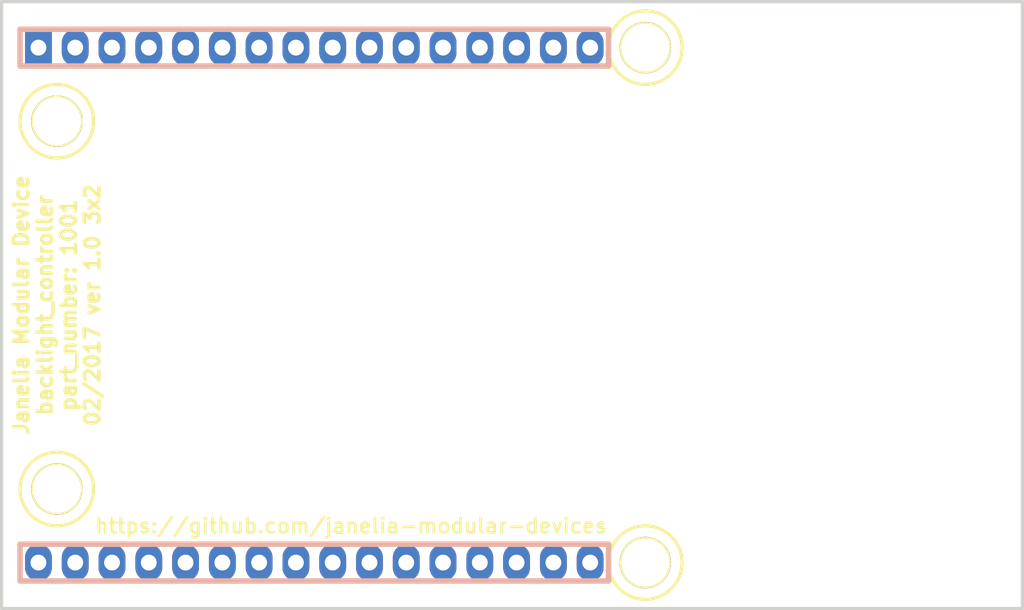
<source format=kicad_pcb>
(kicad_pcb (version 20170123) (host pcbnew no-vcs-found-0633d90~59~ubuntu16.04.1)

  (general
    (thickness 1.6)
    (drawings 6)
    (tracks 0)
    (zones 0)
    (modules 1)
    (nets 1)
  )

  (page A4)
  (title_block
    (title backlight_controller_3x2)
    (rev 1.0)
  )

  (layers
    (0 F.Cu signal)
    (31 B.Cu signal)
    (32 B.Adhes user)
    (33 F.Adhes user)
    (34 B.Paste user)
    (35 F.Paste user)
    (36 B.SilkS user)
    (37 F.SilkS user)
    (38 B.Mask user)
    (39 F.Mask user)
    (40 Dwgs.User user hide)
    (41 Cmts.User user)
    (42 Eco1.User user)
    (43 Eco2.User user)
    (44 Edge.Cuts user)
    (45 Margin user)
    (46 B.CrtYd user)
    (47 F.CrtYd user)
    (48 B.Fab user)
    (49 F.Fab user)
  )

  (setup
    (last_trace_width 0.254)
    (trace_clearance 0.0254)
    (zone_clearance 0.2032)
    (zone_45_only no)
    (trace_min 0.254)
    (segment_width 0.2286)
    (edge_width 0.2286)
    (via_size 0.889)
    (via_drill 0.635)
    (via_min_size 0.889)
    (via_min_drill 0.508)
    (uvia_size 0.508)
    (uvia_drill 0.127)
    (uvias_allowed no)
    (uvia_min_size 0.508)
    (uvia_min_drill 0.127)
    (pcb_text_width 0.3)
    (pcb_text_size 1.5 1.5)
    (mod_edge_width 0.381)
    (mod_text_size 1 1)
    (mod_text_width 0.15)
    (pad_size 1.016 4.4958)
    (pad_drill 0)
    (pad_to_mask_clearance 0)
    (aux_axis_origin 0 0)
    (visible_elements FFFFF77F)
    (pcbplotparams
      (layerselection 0x000f0_ffffffff)
      (usegerberextensions true)
      (excludeedgelayer false)
      (linewidth 0.100000)
      (plotframeref false)
      (viasonmask false)
      (mode 1)
      (useauxorigin false)
      (hpglpennumber 1)
      (hpglpenspeed 20)
      (hpglpendiameter 15)
      (psnegative false)
      (psa4output false)
      (plotreference true)
      (plotvalue true)
      (plotinvisibletext false)
      (padsonsilk false)
      (subtractmaskfromsilk true)
      (outputformat 1)
      (mirror false)
      (drillshape 0)
      (scaleselection 1)
      (outputdirectory gerbers/))
  )

  (net 0 "")

  (net_class Default "This is the default net class."
    (clearance 0.0254)
    (trace_width 0.254)
    (via_dia 0.889)
    (via_drill 0.635)
    (uvia_dia 0.508)
    (uvia_drill 0.127)
    (diff_pair_gap 0.254)
    (diff_pair_width 0.254)
  )

  (net_class GND ""
    (clearance 0.1016)
    (trace_width 0.4064)
    (via_dia 0.889)
    (via_drill 0.635)
    (uvia_dia 0.508)
    (uvia_drill 0.127)
    (diff_pair_gap 0.254)
    (diff_pair_width 0.254)
  )

  (net_class LEDPOWER ""
    (clearance 0.254)
    (trace_width 0.6096)
    (via_dia 0.889)
    (via_drill 0.635)
    (uvia_dia 0.508)
    (uvia_drill 0.127)
    (diff_pair_gap 0.254)
    (diff_pair_width 0.254)
  )

  (net_class POWER ""
    (clearance 0.254)
    (trace_width 0.8128)
    (via_dia 0.889)
    (via_drill 0.635)
    (uvia_dia 0.508)
    (uvia_drill 0.127)
    (diff_pair_gap 0.254)
    (diff_pair_width 0.254)
  )

  (net_class SIGNAL ""
    (clearance 0.1016)
    (trace_width 0.4064)
    (via_dia 0.889)
    (via_drill 0.635)
    (uvia_dia 0.508)
    (uvia_drill 0.127)
    (diff_pair_gap 0.254)
    (diff_pair_width 0.254)
  )

  (net_class SUPERPOWER ""
    (clearance 0.254)
    (trace_width 1.2192)
    (via_dia 0.889)
    (via_drill 0.635)
    (uvia_dia 0.508)
    (uvia_drill 0.127)
    (diff_pair_gap 0.254)
    (diff_pair_width 0.254)
  )

  (module backlight_controller_3x2:MODULAR_DEVICE_BASE_3X2_MALE (layer F.Cu) (tedit 59284650) (tstamp 589B69A7)
    (at 107.315 88.9)
    (path /589B6745)
    (fp_text reference MDB1 (at 0 0) (layer F.SilkS) hide
      (effects (font (size 1.016 1.016) (thickness 0.254)))
    )
    (fp_text value MODULAR_DEVICE_BASE_3X2_MALE (at 0 2.54) (layer F.SilkS) hide
      (effects (font (thickness 0.3048)))
    )
    (fp_line (start 48.895 -20.955) (end -21.59 -20.955) (layer F.Fab) (width 0.2286))
    (fp_line (start 48.895 20.955) (end 48.895 -20.955) (layer F.Fab) (width 0.2286))
    (fp_line (start -21.59 20.955) (end 48.895 20.955) (layer F.Fab) (width 0.2286))
    (fp_line (start -21.59 -20.955) (end -21.59 20.955) (layer F.Fab) (width 0.2286))
    (fp_line (start 20.32 -19.05) (end -20.32 -19.05) (layer B.SilkS) (width 0.381))
    (fp_line (start 20.32 -16.51) (end 20.32 -19.05) (layer B.SilkS) (width 0.381))
    (fp_line (start -20.32 -16.51) (end 20.32 -16.51) (layer B.SilkS) (width 0.381))
    (fp_line (start -20.32 -19.05) (end -20.32 -16.51) (layer B.SilkS) (width 0.381))
    (fp_line (start 20.32 16.51) (end -20.32 16.51) (layer B.SilkS) (width 0.381))
    (fp_line (start 20.32 19.05) (end 20.32 16.51) (layer B.SilkS) (width 0.381))
    (fp_line (start -20.32 19.05) (end 20.32 19.05) (layer B.SilkS) (width 0.381))
    (fp_line (start -20.32 16.51) (end -20.32 19.05) (layer B.SilkS) (width 0.381))
    (fp_circle (center 22.86 -17.78) (end 25.4 -17.78) (layer F.SilkS) (width 0.2286))
    (fp_circle (center 22.86 17.78) (end 25.4 17.78) (layer F.SilkS) (width 0.2286))
    (fp_circle (center -17.78 12.7) (end -15.24 12.7) (layer F.SilkS) (width 0.2286))
    (fp_circle (center -17.78 -12.7) (end -15.24 -12.7) (layer F.SilkS) (width 0.2286))
    (pad "" thru_hole circle (at 22.86 -17.78) (size 3.556 3.556) (drill 3.302) (layers *.Cu *.Mask F.SilkS))
    (pad "" thru_hole circle (at 22.86 17.78) (size 3.556 3.556) (drill 3.302) (layers *.Cu *.Mask F.SilkS))
    (pad "" thru_hole circle (at -17.78 12.7) (size 3.556 3.556) (drill 3.302) (layers *.Cu *.Mask F.SilkS))
    (pad "" thru_hole circle (at -17.78 -12.7) (size 3.556 3.556) (drill 3.302) (layers *.Cu *.Mask F.SilkS))
    (pad AREF thru_hole oval (at -19.05 17.78) (size 1.8542 2.54) (drill 1.0922) (layers *.Cu *.Mask))
    (pad VEE thru_hole oval (at -16.51 17.78) (size 1.8542 2.54) (drill 1.0922) (layers *.Cu *.Mask))
    (pad AGND thru_hole oval (at -13.97 17.78) (size 1.8542 2.54) (drill 1.0922) (layers *.Cu *.Mask))
    (pad 3V3 thru_hole oval (at -11.43 17.78) (size 1.8542 2.54) (drill 1.0922) (layers *.Cu *.Mask))
    (pad 23 thru_hole oval (at -8.89 17.78) (size 1.8542 2.54) (drill 1.0922) (layers *.Cu *.Mask))
    (pad 22 thru_hole oval (at -6.35 17.78) (size 1.8542 2.54) (drill 1.0922) (layers *.Cu *.Mask))
    (pad 21 thru_hole oval (at -3.81 17.78) (size 1.8542 2.54) (drill 1.0922) (layers *.Cu *.Mask))
    (pad 20 thru_hole oval (at -1.27 17.78) (size 1.8542 2.54) (drill 1.0922) (layers *.Cu *.Mask))
    (pad 19 thru_hole oval (at 1.27 17.78) (size 1.8542 2.54) (drill 1.0922) (layers *.Cu *.Mask))
    (pad 18 thru_hole oval (at 3.81 17.78) (size 1.8542 2.54) (drill 1.0922) (layers *.Cu *.Mask))
    (pad 17 thru_hole oval (at 6.35 17.78) (size 1.8542 2.54) (drill 1.0922) (layers *.Cu *.Mask))
    (pad 16 thru_hole oval (at 8.89 17.78) (size 1.8542 2.54) (drill 1.0922) (layers *.Cu *.Mask))
    (pad 15 thru_hole oval (at 11.43 17.78) (size 1.8542 2.54) (drill 1.0922) (layers *.Cu *.Mask))
    (pad 14 thru_hole oval (at 13.97 17.78) (size 1.8542 2.54) (drill 1.0922) (layers *.Cu *.Mask))
    (pad 13 thru_hole oval (at 16.51 17.78) (size 1.8542 2.54) (drill 1.0922) (layers *.Cu *.Mask))
    (pad DAC thru_hole oval (at 19.05 17.78) (size 1.8542 2.54) (drill 1.0922) (layers *.Cu *.Mask))
    (pad 28 thru_hole oval (at 19.05 -17.78) (size 1.8542 2.54) (drill 1.0922) (layers *.Cu *.Mask))
    (pad 12 thru_hole oval (at 16.51 -17.78) (size 1.8542 2.54) (drill 1.0922) (layers *.Cu *.Mask))
    (pad 11 thru_hole oval (at 13.97 -17.78) (size 1.8542 2.54) (drill 1.0922) (layers *.Cu *.Mask))
    (pad 10 thru_hole oval (at 11.43 -17.78) (size 1.8542 2.54) (drill 1.0922) (layers *.Cu *.Mask))
    (pad 9 thru_hole oval (at 8.89 -17.78) (size 1.8542 2.54) (drill 1.0922) (layers *.Cu *.Mask))
    (pad 29 thru_hole oval (at 6.35 -17.78) (size 1.8542 2.54) (drill 1.0922) (layers *.Cu *.Mask))
    (pad 30 thru_hole oval (at 3.81 -17.78) (size 1.8542 2.54) (drill 1.0922) (layers *.Cu *.Mask))
    (pad 6 thru_hole oval (at 1.27 -17.78) (size 1.8542 2.54) (drill 1.0922) (layers *.Cu *.Mask))
    (pad 5 thru_hole oval (at -1.27 -17.78) (size 1.8542 2.54) (drill 1.0922) (layers *.Cu *.Mask))
    (pad 4 thru_hole oval (at -3.81 -17.78) (size 1.8542 2.54) (drill 1.0922) (layers *.Cu *.Mask))
    (pad 3 thru_hole oval (at -6.35 -17.78) (size 1.8542 2.54) (drill 1.0922) (layers *.Cu *.Mask))
    (pad 2 thru_hole oval (at -8.89 -17.78) (size 1.8542 2.54) (drill 1.0922) (layers *.Cu *.Mask))
    (pad 25 thru_hole oval (at -11.43 -17.78) (size 1.8542 2.54) (drill 1.0922) (layers *.Cu *.Mask))
    (pad VDD thru_hole rect (at -19.05 -17.78) (size 1.8542 2.54) (drill 1.0922) (layers *.Cu *.Mask))
    (pad 24 thru_hole oval (at -13.97 -17.78) (size 1.8542 2.54) (drill 1.0922) (layers *.Cu *.Mask))
    (pad GND thru_hole oval (at -16.51 -17.78) (size 1.8542 2.54) (drill 1.0922) (layers *.Cu *.Mask))
  )

  (gr_line (start 156.21 67.945) (end 85.725 67.945) (angle 90) (layer Edge.Cuts) (width 0.2286))
  (gr_line (start 156.21 109.855) (end 156.21 67.945) (angle 90) (layer Edge.Cuts) (width 0.2286))
  (gr_line (start 85.725 109.855) (end 156.21 109.855) (angle 90) (layer Edge.Cuts) (width 0.2286))
  (gr_line (start 85.725 67.945) (end 85.725 109.855) (angle 90) (layer Edge.Cuts) (width 0.2286))
  (gr_text https://github.com/janelia-modular-devices (at 109.855 104.14) (layer F.SilkS)
    (effects (font (size 1.016 1.016) (thickness 0.1905)))
  )
  (gr_text "Janelia Modular Device\nbacklight_controller\npart_number: 1001\n02/2017 ver 1.0 3x2" (at 89.535 88.9 90) (layer F.SilkS)
    (effects (font (size 1.016 1.016) (thickness 0.254)))
  )

)

</source>
